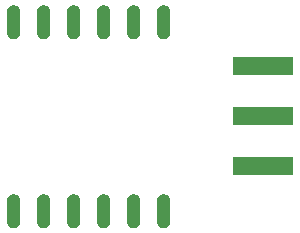
<source format=gbr>
%TF.GenerationSoftware,KiCad,Pcbnew,8.0.5-dirty*%
%TF.CreationDate,2024-10-01T21:11:00+10:00*%
%TF.ProjectId,kestral,6b657374-7261-46c2-9e6b-696361645f70,rev?*%
%TF.SameCoordinates,Original*%
%TF.FileFunction,Paste,Bot*%
%TF.FilePolarity,Positive*%
%FSLAX46Y46*%
G04 Gerber Fmt 4.6, Leading zero omitted, Abs format (unit mm)*
G04 Created by KiCad (PCBNEW 8.0.5-dirty) date 2024-10-01 21:11:00*
%MOMM*%
%LPD*%
G01*
G04 APERTURE LIST*
%ADD10C,0.010000*%
%ADD11R,5.080000X1.500000*%
G04 APERTURE END LIST*
D10*
%TO.C,U1*%
X130852000Y-103153000D02*
X130904000Y-103161000D01*
X130955000Y-103174000D01*
X131003000Y-103193000D01*
X131050000Y-103217000D01*
X131094000Y-103245000D01*
X131135000Y-103278000D01*
X131172000Y-103315000D01*
X131205000Y-103356000D01*
X131233000Y-103400000D01*
X131257000Y-103447000D01*
X131276000Y-103495000D01*
X131289000Y-103546000D01*
X131297000Y-103598000D01*
X131300000Y-103650000D01*
X131300000Y-105450000D01*
X131297000Y-105502000D01*
X131289000Y-105554000D01*
X131276000Y-105605000D01*
X131257000Y-105653000D01*
X131233000Y-105700000D01*
X131205000Y-105744000D01*
X131172000Y-105785000D01*
X131135000Y-105822000D01*
X131094000Y-105855000D01*
X131050000Y-105883000D01*
X131003000Y-105907000D01*
X130955000Y-105926000D01*
X130904000Y-105939000D01*
X130852000Y-105947000D01*
X130800000Y-105950000D01*
X130748000Y-105947000D01*
X130696000Y-105939000D01*
X130645000Y-105926000D01*
X130597000Y-105907000D01*
X130550000Y-105883000D01*
X130506000Y-105855000D01*
X130465000Y-105822000D01*
X130428000Y-105785000D01*
X130395000Y-105744000D01*
X130367000Y-105700000D01*
X130343000Y-105653000D01*
X130324000Y-105605000D01*
X130311000Y-105554000D01*
X130303000Y-105502000D01*
X130300000Y-105450000D01*
X130300000Y-103650000D01*
X130303000Y-103598000D01*
X130311000Y-103546000D01*
X130324000Y-103495000D01*
X130343000Y-103447000D01*
X130367000Y-103400000D01*
X130395000Y-103356000D01*
X130428000Y-103315000D01*
X130465000Y-103278000D01*
X130506000Y-103245000D01*
X130550000Y-103217000D01*
X130597000Y-103193000D01*
X130645000Y-103174000D01*
X130696000Y-103161000D01*
X130748000Y-103153000D01*
X130800000Y-103150000D01*
X130852000Y-103153000D01*
G36*
X130852000Y-103153000D02*
G01*
X130904000Y-103161000D01*
X130955000Y-103174000D01*
X131003000Y-103193000D01*
X131050000Y-103217000D01*
X131094000Y-103245000D01*
X131135000Y-103278000D01*
X131172000Y-103315000D01*
X131205000Y-103356000D01*
X131233000Y-103400000D01*
X131257000Y-103447000D01*
X131276000Y-103495000D01*
X131289000Y-103546000D01*
X131297000Y-103598000D01*
X131300000Y-103650000D01*
X131300000Y-105450000D01*
X131297000Y-105502000D01*
X131289000Y-105554000D01*
X131276000Y-105605000D01*
X131257000Y-105653000D01*
X131233000Y-105700000D01*
X131205000Y-105744000D01*
X131172000Y-105785000D01*
X131135000Y-105822000D01*
X131094000Y-105855000D01*
X131050000Y-105883000D01*
X131003000Y-105907000D01*
X130955000Y-105926000D01*
X130904000Y-105939000D01*
X130852000Y-105947000D01*
X130800000Y-105950000D01*
X130748000Y-105947000D01*
X130696000Y-105939000D01*
X130645000Y-105926000D01*
X130597000Y-105907000D01*
X130550000Y-105883000D01*
X130506000Y-105855000D01*
X130465000Y-105822000D01*
X130428000Y-105785000D01*
X130395000Y-105744000D01*
X130367000Y-105700000D01*
X130343000Y-105653000D01*
X130324000Y-105605000D01*
X130311000Y-105554000D01*
X130303000Y-105502000D01*
X130300000Y-105450000D01*
X130300000Y-103650000D01*
X130303000Y-103598000D01*
X130311000Y-103546000D01*
X130324000Y-103495000D01*
X130343000Y-103447000D01*
X130367000Y-103400000D01*
X130395000Y-103356000D01*
X130428000Y-103315000D01*
X130465000Y-103278000D01*
X130506000Y-103245000D01*
X130550000Y-103217000D01*
X130597000Y-103193000D01*
X130645000Y-103174000D01*
X130696000Y-103161000D01*
X130748000Y-103153000D01*
X130800000Y-103150000D01*
X130852000Y-103153000D01*
G37*
X133392000Y-103153000D02*
X133444000Y-103161000D01*
X133495000Y-103174000D01*
X133543000Y-103193000D01*
X133590000Y-103217000D01*
X133634000Y-103245000D01*
X133675000Y-103278000D01*
X133712000Y-103315000D01*
X133745000Y-103356000D01*
X133773000Y-103400000D01*
X133797000Y-103447000D01*
X133816000Y-103495000D01*
X133829000Y-103546000D01*
X133837000Y-103598000D01*
X133840000Y-103650000D01*
X133840000Y-105450000D01*
X133837000Y-105502000D01*
X133829000Y-105554000D01*
X133816000Y-105605000D01*
X133797000Y-105653000D01*
X133773000Y-105700000D01*
X133745000Y-105744000D01*
X133712000Y-105785000D01*
X133675000Y-105822000D01*
X133634000Y-105855000D01*
X133590000Y-105883000D01*
X133543000Y-105907000D01*
X133495000Y-105926000D01*
X133444000Y-105939000D01*
X133392000Y-105947000D01*
X133340000Y-105950000D01*
X133288000Y-105947000D01*
X133236000Y-105939000D01*
X133185000Y-105926000D01*
X133137000Y-105907000D01*
X133090000Y-105883000D01*
X133046000Y-105855000D01*
X133005000Y-105822000D01*
X132968000Y-105785000D01*
X132935000Y-105744000D01*
X132907000Y-105700000D01*
X132883000Y-105653000D01*
X132864000Y-105605000D01*
X132851000Y-105554000D01*
X132843000Y-105502000D01*
X132840000Y-105450000D01*
X132840000Y-103650000D01*
X132843000Y-103598000D01*
X132851000Y-103546000D01*
X132864000Y-103495000D01*
X132883000Y-103447000D01*
X132907000Y-103400000D01*
X132935000Y-103356000D01*
X132968000Y-103315000D01*
X133005000Y-103278000D01*
X133046000Y-103245000D01*
X133090000Y-103217000D01*
X133137000Y-103193000D01*
X133185000Y-103174000D01*
X133236000Y-103161000D01*
X133288000Y-103153000D01*
X133340000Y-103150000D01*
X133392000Y-103153000D01*
G36*
X133392000Y-103153000D02*
G01*
X133444000Y-103161000D01*
X133495000Y-103174000D01*
X133543000Y-103193000D01*
X133590000Y-103217000D01*
X133634000Y-103245000D01*
X133675000Y-103278000D01*
X133712000Y-103315000D01*
X133745000Y-103356000D01*
X133773000Y-103400000D01*
X133797000Y-103447000D01*
X133816000Y-103495000D01*
X133829000Y-103546000D01*
X133837000Y-103598000D01*
X133840000Y-103650000D01*
X133840000Y-105450000D01*
X133837000Y-105502000D01*
X133829000Y-105554000D01*
X133816000Y-105605000D01*
X133797000Y-105653000D01*
X133773000Y-105700000D01*
X133745000Y-105744000D01*
X133712000Y-105785000D01*
X133675000Y-105822000D01*
X133634000Y-105855000D01*
X133590000Y-105883000D01*
X133543000Y-105907000D01*
X133495000Y-105926000D01*
X133444000Y-105939000D01*
X133392000Y-105947000D01*
X133340000Y-105950000D01*
X133288000Y-105947000D01*
X133236000Y-105939000D01*
X133185000Y-105926000D01*
X133137000Y-105907000D01*
X133090000Y-105883000D01*
X133046000Y-105855000D01*
X133005000Y-105822000D01*
X132968000Y-105785000D01*
X132935000Y-105744000D01*
X132907000Y-105700000D01*
X132883000Y-105653000D01*
X132864000Y-105605000D01*
X132851000Y-105554000D01*
X132843000Y-105502000D01*
X132840000Y-105450000D01*
X132840000Y-103650000D01*
X132843000Y-103598000D01*
X132851000Y-103546000D01*
X132864000Y-103495000D01*
X132883000Y-103447000D01*
X132907000Y-103400000D01*
X132935000Y-103356000D01*
X132968000Y-103315000D01*
X133005000Y-103278000D01*
X133046000Y-103245000D01*
X133090000Y-103217000D01*
X133137000Y-103193000D01*
X133185000Y-103174000D01*
X133236000Y-103161000D01*
X133288000Y-103153000D01*
X133340000Y-103150000D01*
X133392000Y-103153000D01*
G37*
X135932000Y-103153000D02*
X135984000Y-103161000D01*
X136035000Y-103174000D01*
X136083000Y-103193000D01*
X136130000Y-103217000D01*
X136174000Y-103245000D01*
X136215000Y-103278000D01*
X136252000Y-103315000D01*
X136285000Y-103356000D01*
X136313000Y-103400000D01*
X136337000Y-103447000D01*
X136356000Y-103495000D01*
X136369000Y-103546000D01*
X136377000Y-103598000D01*
X136380000Y-103650000D01*
X136380000Y-105450000D01*
X136377000Y-105502000D01*
X136369000Y-105554000D01*
X136356000Y-105605000D01*
X136337000Y-105653000D01*
X136313000Y-105700000D01*
X136285000Y-105744000D01*
X136252000Y-105785000D01*
X136215000Y-105822000D01*
X136174000Y-105855000D01*
X136130000Y-105883000D01*
X136083000Y-105907000D01*
X136035000Y-105926000D01*
X135984000Y-105939000D01*
X135932000Y-105947000D01*
X135880000Y-105950000D01*
X135828000Y-105947000D01*
X135776000Y-105939000D01*
X135725000Y-105926000D01*
X135677000Y-105907000D01*
X135630000Y-105883000D01*
X135586000Y-105855000D01*
X135545000Y-105822000D01*
X135508000Y-105785000D01*
X135475000Y-105744000D01*
X135447000Y-105700000D01*
X135423000Y-105653000D01*
X135404000Y-105605000D01*
X135391000Y-105554000D01*
X135383000Y-105502000D01*
X135380000Y-105450000D01*
X135380000Y-103650000D01*
X135383000Y-103598000D01*
X135391000Y-103546000D01*
X135404000Y-103495000D01*
X135423000Y-103447000D01*
X135447000Y-103400000D01*
X135475000Y-103356000D01*
X135508000Y-103315000D01*
X135545000Y-103278000D01*
X135586000Y-103245000D01*
X135630000Y-103217000D01*
X135677000Y-103193000D01*
X135725000Y-103174000D01*
X135776000Y-103161000D01*
X135828000Y-103153000D01*
X135880000Y-103150000D01*
X135932000Y-103153000D01*
G36*
X135932000Y-103153000D02*
G01*
X135984000Y-103161000D01*
X136035000Y-103174000D01*
X136083000Y-103193000D01*
X136130000Y-103217000D01*
X136174000Y-103245000D01*
X136215000Y-103278000D01*
X136252000Y-103315000D01*
X136285000Y-103356000D01*
X136313000Y-103400000D01*
X136337000Y-103447000D01*
X136356000Y-103495000D01*
X136369000Y-103546000D01*
X136377000Y-103598000D01*
X136380000Y-103650000D01*
X136380000Y-105450000D01*
X136377000Y-105502000D01*
X136369000Y-105554000D01*
X136356000Y-105605000D01*
X136337000Y-105653000D01*
X136313000Y-105700000D01*
X136285000Y-105744000D01*
X136252000Y-105785000D01*
X136215000Y-105822000D01*
X136174000Y-105855000D01*
X136130000Y-105883000D01*
X136083000Y-105907000D01*
X136035000Y-105926000D01*
X135984000Y-105939000D01*
X135932000Y-105947000D01*
X135880000Y-105950000D01*
X135828000Y-105947000D01*
X135776000Y-105939000D01*
X135725000Y-105926000D01*
X135677000Y-105907000D01*
X135630000Y-105883000D01*
X135586000Y-105855000D01*
X135545000Y-105822000D01*
X135508000Y-105785000D01*
X135475000Y-105744000D01*
X135447000Y-105700000D01*
X135423000Y-105653000D01*
X135404000Y-105605000D01*
X135391000Y-105554000D01*
X135383000Y-105502000D01*
X135380000Y-105450000D01*
X135380000Y-103650000D01*
X135383000Y-103598000D01*
X135391000Y-103546000D01*
X135404000Y-103495000D01*
X135423000Y-103447000D01*
X135447000Y-103400000D01*
X135475000Y-103356000D01*
X135508000Y-103315000D01*
X135545000Y-103278000D01*
X135586000Y-103245000D01*
X135630000Y-103217000D01*
X135677000Y-103193000D01*
X135725000Y-103174000D01*
X135776000Y-103161000D01*
X135828000Y-103153000D01*
X135880000Y-103150000D01*
X135932000Y-103153000D01*
G37*
X138472000Y-103153000D02*
X138524000Y-103161000D01*
X138575000Y-103174000D01*
X138623000Y-103193000D01*
X138670000Y-103217000D01*
X138714000Y-103245000D01*
X138755000Y-103278000D01*
X138792000Y-103315000D01*
X138825000Y-103356000D01*
X138853000Y-103400000D01*
X138877000Y-103447000D01*
X138896000Y-103495000D01*
X138909000Y-103546000D01*
X138917000Y-103598000D01*
X138920000Y-103650000D01*
X138920000Y-105450000D01*
X138917000Y-105502000D01*
X138909000Y-105554000D01*
X138896000Y-105605000D01*
X138877000Y-105653000D01*
X138853000Y-105700000D01*
X138825000Y-105744000D01*
X138792000Y-105785000D01*
X138755000Y-105822000D01*
X138714000Y-105855000D01*
X138670000Y-105883000D01*
X138623000Y-105907000D01*
X138575000Y-105926000D01*
X138524000Y-105939000D01*
X138472000Y-105947000D01*
X138420000Y-105950000D01*
X138368000Y-105947000D01*
X138316000Y-105939000D01*
X138265000Y-105926000D01*
X138217000Y-105907000D01*
X138170000Y-105883000D01*
X138126000Y-105855000D01*
X138085000Y-105822000D01*
X138048000Y-105785000D01*
X138015000Y-105744000D01*
X137987000Y-105700000D01*
X137963000Y-105653000D01*
X137944000Y-105605000D01*
X137931000Y-105554000D01*
X137923000Y-105502000D01*
X137920000Y-105450000D01*
X137920000Y-103650000D01*
X137923000Y-103598000D01*
X137931000Y-103546000D01*
X137944000Y-103495000D01*
X137963000Y-103447000D01*
X137987000Y-103400000D01*
X138015000Y-103356000D01*
X138048000Y-103315000D01*
X138085000Y-103278000D01*
X138126000Y-103245000D01*
X138170000Y-103217000D01*
X138217000Y-103193000D01*
X138265000Y-103174000D01*
X138316000Y-103161000D01*
X138368000Y-103153000D01*
X138420000Y-103150000D01*
X138472000Y-103153000D01*
G36*
X138472000Y-103153000D02*
G01*
X138524000Y-103161000D01*
X138575000Y-103174000D01*
X138623000Y-103193000D01*
X138670000Y-103217000D01*
X138714000Y-103245000D01*
X138755000Y-103278000D01*
X138792000Y-103315000D01*
X138825000Y-103356000D01*
X138853000Y-103400000D01*
X138877000Y-103447000D01*
X138896000Y-103495000D01*
X138909000Y-103546000D01*
X138917000Y-103598000D01*
X138920000Y-103650000D01*
X138920000Y-105450000D01*
X138917000Y-105502000D01*
X138909000Y-105554000D01*
X138896000Y-105605000D01*
X138877000Y-105653000D01*
X138853000Y-105700000D01*
X138825000Y-105744000D01*
X138792000Y-105785000D01*
X138755000Y-105822000D01*
X138714000Y-105855000D01*
X138670000Y-105883000D01*
X138623000Y-105907000D01*
X138575000Y-105926000D01*
X138524000Y-105939000D01*
X138472000Y-105947000D01*
X138420000Y-105950000D01*
X138368000Y-105947000D01*
X138316000Y-105939000D01*
X138265000Y-105926000D01*
X138217000Y-105907000D01*
X138170000Y-105883000D01*
X138126000Y-105855000D01*
X138085000Y-105822000D01*
X138048000Y-105785000D01*
X138015000Y-105744000D01*
X137987000Y-105700000D01*
X137963000Y-105653000D01*
X137944000Y-105605000D01*
X137931000Y-105554000D01*
X137923000Y-105502000D01*
X137920000Y-105450000D01*
X137920000Y-103650000D01*
X137923000Y-103598000D01*
X137931000Y-103546000D01*
X137944000Y-103495000D01*
X137963000Y-103447000D01*
X137987000Y-103400000D01*
X138015000Y-103356000D01*
X138048000Y-103315000D01*
X138085000Y-103278000D01*
X138126000Y-103245000D01*
X138170000Y-103217000D01*
X138217000Y-103193000D01*
X138265000Y-103174000D01*
X138316000Y-103161000D01*
X138368000Y-103153000D01*
X138420000Y-103150000D01*
X138472000Y-103153000D01*
G37*
X141012000Y-103153000D02*
X141064000Y-103161000D01*
X141115000Y-103174000D01*
X141163000Y-103193000D01*
X141210000Y-103217000D01*
X141254000Y-103245000D01*
X141295000Y-103278000D01*
X141332000Y-103315000D01*
X141365000Y-103356000D01*
X141393000Y-103400000D01*
X141417000Y-103447000D01*
X141436000Y-103495000D01*
X141449000Y-103546000D01*
X141457000Y-103598000D01*
X141460000Y-103650000D01*
X141460000Y-105450000D01*
X141457000Y-105502000D01*
X141449000Y-105554000D01*
X141436000Y-105605000D01*
X141417000Y-105653000D01*
X141393000Y-105700000D01*
X141365000Y-105744000D01*
X141332000Y-105785000D01*
X141295000Y-105822000D01*
X141254000Y-105855000D01*
X141210000Y-105883000D01*
X141163000Y-105907000D01*
X141115000Y-105926000D01*
X141064000Y-105939000D01*
X141012000Y-105947000D01*
X140960000Y-105950000D01*
X140908000Y-105947000D01*
X140856000Y-105939000D01*
X140805000Y-105926000D01*
X140757000Y-105907000D01*
X140710000Y-105883000D01*
X140666000Y-105855000D01*
X140625000Y-105822000D01*
X140588000Y-105785000D01*
X140555000Y-105744000D01*
X140527000Y-105700000D01*
X140503000Y-105653000D01*
X140484000Y-105605000D01*
X140471000Y-105554000D01*
X140463000Y-105502000D01*
X140460000Y-105450000D01*
X140460000Y-103650000D01*
X140463000Y-103598000D01*
X140471000Y-103546000D01*
X140484000Y-103495000D01*
X140503000Y-103447000D01*
X140527000Y-103400000D01*
X140555000Y-103356000D01*
X140588000Y-103315000D01*
X140625000Y-103278000D01*
X140666000Y-103245000D01*
X140710000Y-103217000D01*
X140757000Y-103193000D01*
X140805000Y-103174000D01*
X140856000Y-103161000D01*
X140908000Y-103153000D01*
X140960000Y-103150000D01*
X141012000Y-103153000D01*
G36*
X141012000Y-103153000D02*
G01*
X141064000Y-103161000D01*
X141115000Y-103174000D01*
X141163000Y-103193000D01*
X141210000Y-103217000D01*
X141254000Y-103245000D01*
X141295000Y-103278000D01*
X141332000Y-103315000D01*
X141365000Y-103356000D01*
X141393000Y-103400000D01*
X141417000Y-103447000D01*
X141436000Y-103495000D01*
X141449000Y-103546000D01*
X141457000Y-103598000D01*
X141460000Y-103650000D01*
X141460000Y-105450000D01*
X141457000Y-105502000D01*
X141449000Y-105554000D01*
X141436000Y-105605000D01*
X141417000Y-105653000D01*
X141393000Y-105700000D01*
X141365000Y-105744000D01*
X141332000Y-105785000D01*
X141295000Y-105822000D01*
X141254000Y-105855000D01*
X141210000Y-105883000D01*
X141163000Y-105907000D01*
X141115000Y-105926000D01*
X141064000Y-105939000D01*
X141012000Y-105947000D01*
X140960000Y-105950000D01*
X140908000Y-105947000D01*
X140856000Y-105939000D01*
X140805000Y-105926000D01*
X140757000Y-105907000D01*
X140710000Y-105883000D01*
X140666000Y-105855000D01*
X140625000Y-105822000D01*
X140588000Y-105785000D01*
X140555000Y-105744000D01*
X140527000Y-105700000D01*
X140503000Y-105653000D01*
X140484000Y-105605000D01*
X140471000Y-105554000D01*
X140463000Y-105502000D01*
X140460000Y-105450000D01*
X140460000Y-103650000D01*
X140463000Y-103598000D01*
X140471000Y-103546000D01*
X140484000Y-103495000D01*
X140503000Y-103447000D01*
X140527000Y-103400000D01*
X140555000Y-103356000D01*
X140588000Y-103315000D01*
X140625000Y-103278000D01*
X140666000Y-103245000D01*
X140710000Y-103217000D01*
X140757000Y-103193000D01*
X140805000Y-103174000D01*
X140856000Y-103161000D01*
X140908000Y-103153000D01*
X140960000Y-103150000D01*
X141012000Y-103153000D01*
G37*
X143552000Y-103153000D02*
X143604000Y-103161000D01*
X143655000Y-103174000D01*
X143703000Y-103193000D01*
X143750000Y-103217000D01*
X143794000Y-103245000D01*
X143835000Y-103278000D01*
X143872000Y-103315000D01*
X143905000Y-103356000D01*
X143933000Y-103400000D01*
X143957000Y-103447000D01*
X143976000Y-103495000D01*
X143989000Y-103546000D01*
X143997000Y-103598000D01*
X144000000Y-103650000D01*
X144000000Y-105450000D01*
X143997000Y-105502000D01*
X143989000Y-105554000D01*
X143976000Y-105605000D01*
X143957000Y-105653000D01*
X143933000Y-105700000D01*
X143905000Y-105744000D01*
X143872000Y-105785000D01*
X143835000Y-105822000D01*
X143794000Y-105855000D01*
X143750000Y-105883000D01*
X143703000Y-105907000D01*
X143655000Y-105926000D01*
X143604000Y-105939000D01*
X143552000Y-105947000D01*
X143500000Y-105950000D01*
X143448000Y-105947000D01*
X143396000Y-105939000D01*
X143345000Y-105926000D01*
X143297000Y-105907000D01*
X143250000Y-105883000D01*
X143206000Y-105855000D01*
X143165000Y-105822000D01*
X143128000Y-105785000D01*
X143095000Y-105744000D01*
X143067000Y-105700000D01*
X143043000Y-105653000D01*
X143024000Y-105605000D01*
X143011000Y-105554000D01*
X143003000Y-105502000D01*
X143000000Y-105450000D01*
X143000000Y-103650000D01*
X143003000Y-103598000D01*
X143011000Y-103546000D01*
X143024000Y-103495000D01*
X143043000Y-103447000D01*
X143067000Y-103400000D01*
X143095000Y-103356000D01*
X143128000Y-103315000D01*
X143165000Y-103278000D01*
X143206000Y-103245000D01*
X143250000Y-103217000D01*
X143297000Y-103193000D01*
X143345000Y-103174000D01*
X143396000Y-103161000D01*
X143448000Y-103153000D01*
X143500000Y-103150000D01*
X143552000Y-103153000D01*
G36*
X143552000Y-103153000D02*
G01*
X143604000Y-103161000D01*
X143655000Y-103174000D01*
X143703000Y-103193000D01*
X143750000Y-103217000D01*
X143794000Y-103245000D01*
X143835000Y-103278000D01*
X143872000Y-103315000D01*
X143905000Y-103356000D01*
X143933000Y-103400000D01*
X143957000Y-103447000D01*
X143976000Y-103495000D01*
X143989000Y-103546000D01*
X143997000Y-103598000D01*
X144000000Y-103650000D01*
X144000000Y-105450000D01*
X143997000Y-105502000D01*
X143989000Y-105554000D01*
X143976000Y-105605000D01*
X143957000Y-105653000D01*
X143933000Y-105700000D01*
X143905000Y-105744000D01*
X143872000Y-105785000D01*
X143835000Y-105822000D01*
X143794000Y-105855000D01*
X143750000Y-105883000D01*
X143703000Y-105907000D01*
X143655000Y-105926000D01*
X143604000Y-105939000D01*
X143552000Y-105947000D01*
X143500000Y-105950000D01*
X143448000Y-105947000D01*
X143396000Y-105939000D01*
X143345000Y-105926000D01*
X143297000Y-105907000D01*
X143250000Y-105883000D01*
X143206000Y-105855000D01*
X143165000Y-105822000D01*
X143128000Y-105785000D01*
X143095000Y-105744000D01*
X143067000Y-105700000D01*
X143043000Y-105653000D01*
X143024000Y-105605000D01*
X143011000Y-105554000D01*
X143003000Y-105502000D01*
X143000000Y-105450000D01*
X143000000Y-103650000D01*
X143003000Y-103598000D01*
X143011000Y-103546000D01*
X143024000Y-103495000D01*
X143043000Y-103447000D01*
X143067000Y-103400000D01*
X143095000Y-103356000D01*
X143128000Y-103315000D01*
X143165000Y-103278000D01*
X143206000Y-103245000D01*
X143250000Y-103217000D01*
X143297000Y-103193000D01*
X143345000Y-103174000D01*
X143396000Y-103161000D01*
X143448000Y-103153000D01*
X143500000Y-103150000D01*
X143552000Y-103153000D01*
G37*
X130852000Y-119153000D02*
X130904000Y-119161000D01*
X130955000Y-119174000D01*
X131003000Y-119193000D01*
X131050000Y-119217000D01*
X131094000Y-119245000D01*
X131135000Y-119278000D01*
X131172000Y-119315000D01*
X131205000Y-119356000D01*
X131233000Y-119400000D01*
X131257000Y-119447000D01*
X131276000Y-119495000D01*
X131289000Y-119546000D01*
X131297000Y-119598000D01*
X131300000Y-119650000D01*
X131300000Y-119750000D01*
X131300000Y-120550000D01*
X131300000Y-121450000D01*
X131297000Y-121502000D01*
X131289000Y-121554000D01*
X131276000Y-121605000D01*
X131257000Y-121653000D01*
X131233000Y-121700000D01*
X131205000Y-121744000D01*
X131172000Y-121785000D01*
X131135000Y-121822000D01*
X131094000Y-121855000D01*
X131050000Y-121883000D01*
X131003000Y-121907000D01*
X130955000Y-121926000D01*
X130904000Y-121939000D01*
X130852000Y-121947000D01*
X130800000Y-121950000D01*
X130748000Y-121947000D01*
X130696000Y-121939000D01*
X130645000Y-121926000D01*
X130597000Y-121907000D01*
X130550000Y-121883000D01*
X130506000Y-121855000D01*
X130465000Y-121822000D01*
X130428000Y-121785000D01*
X130395000Y-121744000D01*
X130367000Y-121700000D01*
X130343000Y-121653000D01*
X130324000Y-121605000D01*
X130311000Y-121554000D01*
X130303000Y-121502000D01*
X130300000Y-121450000D01*
X130300000Y-119650000D01*
X130303000Y-119598000D01*
X130311000Y-119546000D01*
X130324000Y-119495000D01*
X130343000Y-119447000D01*
X130367000Y-119400000D01*
X130395000Y-119356000D01*
X130428000Y-119315000D01*
X130465000Y-119278000D01*
X130506000Y-119245000D01*
X130550000Y-119217000D01*
X130597000Y-119193000D01*
X130645000Y-119174000D01*
X130696000Y-119161000D01*
X130748000Y-119153000D01*
X130800000Y-119150000D01*
X130852000Y-119153000D01*
G36*
X130852000Y-119153000D02*
G01*
X130904000Y-119161000D01*
X130955000Y-119174000D01*
X131003000Y-119193000D01*
X131050000Y-119217000D01*
X131094000Y-119245000D01*
X131135000Y-119278000D01*
X131172000Y-119315000D01*
X131205000Y-119356000D01*
X131233000Y-119400000D01*
X131257000Y-119447000D01*
X131276000Y-119495000D01*
X131289000Y-119546000D01*
X131297000Y-119598000D01*
X131300000Y-119650000D01*
X131300000Y-119750000D01*
X131300000Y-120550000D01*
X131300000Y-121450000D01*
X131297000Y-121502000D01*
X131289000Y-121554000D01*
X131276000Y-121605000D01*
X131257000Y-121653000D01*
X131233000Y-121700000D01*
X131205000Y-121744000D01*
X131172000Y-121785000D01*
X131135000Y-121822000D01*
X131094000Y-121855000D01*
X131050000Y-121883000D01*
X131003000Y-121907000D01*
X130955000Y-121926000D01*
X130904000Y-121939000D01*
X130852000Y-121947000D01*
X130800000Y-121950000D01*
X130748000Y-121947000D01*
X130696000Y-121939000D01*
X130645000Y-121926000D01*
X130597000Y-121907000D01*
X130550000Y-121883000D01*
X130506000Y-121855000D01*
X130465000Y-121822000D01*
X130428000Y-121785000D01*
X130395000Y-121744000D01*
X130367000Y-121700000D01*
X130343000Y-121653000D01*
X130324000Y-121605000D01*
X130311000Y-121554000D01*
X130303000Y-121502000D01*
X130300000Y-121450000D01*
X130300000Y-119650000D01*
X130303000Y-119598000D01*
X130311000Y-119546000D01*
X130324000Y-119495000D01*
X130343000Y-119447000D01*
X130367000Y-119400000D01*
X130395000Y-119356000D01*
X130428000Y-119315000D01*
X130465000Y-119278000D01*
X130506000Y-119245000D01*
X130550000Y-119217000D01*
X130597000Y-119193000D01*
X130645000Y-119174000D01*
X130696000Y-119161000D01*
X130748000Y-119153000D01*
X130800000Y-119150000D01*
X130852000Y-119153000D01*
G37*
X133392000Y-119153000D02*
X133444000Y-119161000D01*
X133495000Y-119174000D01*
X133543000Y-119193000D01*
X133590000Y-119217000D01*
X133634000Y-119245000D01*
X133675000Y-119278000D01*
X133712000Y-119315000D01*
X133745000Y-119356000D01*
X133773000Y-119400000D01*
X133797000Y-119447000D01*
X133816000Y-119495000D01*
X133829000Y-119546000D01*
X133837000Y-119598000D01*
X133840000Y-119650000D01*
X133840000Y-119750000D01*
X133840000Y-120550000D01*
X133840000Y-121450000D01*
X133837000Y-121502000D01*
X133829000Y-121554000D01*
X133816000Y-121605000D01*
X133797000Y-121653000D01*
X133773000Y-121700000D01*
X133745000Y-121744000D01*
X133712000Y-121785000D01*
X133675000Y-121822000D01*
X133634000Y-121855000D01*
X133590000Y-121883000D01*
X133543000Y-121907000D01*
X133495000Y-121926000D01*
X133444000Y-121939000D01*
X133392000Y-121947000D01*
X133340000Y-121950000D01*
X133288000Y-121947000D01*
X133236000Y-121939000D01*
X133185000Y-121926000D01*
X133137000Y-121907000D01*
X133090000Y-121883000D01*
X133046000Y-121855000D01*
X133005000Y-121822000D01*
X132968000Y-121785000D01*
X132935000Y-121744000D01*
X132907000Y-121700000D01*
X132883000Y-121653000D01*
X132864000Y-121605000D01*
X132851000Y-121554000D01*
X132843000Y-121502000D01*
X132840000Y-121450000D01*
X132840000Y-119650000D01*
X132843000Y-119598000D01*
X132851000Y-119546000D01*
X132864000Y-119495000D01*
X132883000Y-119447000D01*
X132907000Y-119400000D01*
X132935000Y-119356000D01*
X132968000Y-119315000D01*
X133005000Y-119278000D01*
X133046000Y-119245000D01*
X133090000Y-119217000D01*
X133137000Y-119193000D01*
X133185000Y-119174000D01*
X133236000Y-119161000D01*
X133288000Y-119153000D01*
X133340000Y-119150000D01*
X133392000Y-119153000D01*
G36*
X133392000Y-119153000D02*
G01*
X133444000Y-119161000D01*
X133495000Y-119174000D01*
X133543000Y-119193000D01*
X133590000Y-119217000D01*
X133634000Y-119245000D01*
X133675000Y-119278000D01*
X133712000Y-119315000D01*
X133745000Y-119356000D01*
X133773000Y-119400000D01*
X133797000Y-119447000D01*
X133816000Y-119495000D01*
X133829000Y-119546000D01*
X133837000Y-119598000D01*
X133840000Y-119650000D01*
X133840000Y-119750000D01*
X133840000Y-120550000D01*
X133840000Y-121450000D01*
X133837000Y-121502000D01*
X133829000Y-121554000D01*
X133816000Y-121605000D01*
X133797000Y-121653000D01*
X133773000Y-121700000D01*
X133745000Y-121744000D01*
X133712000Y-121785000D01*
X133675000Y-121822000D01*
X133634000Y-121855000D01*
X133590000Y-121883000D01*
X133543000Y-121907000D01*
X133495000Y-121926000D01*
X133444000Y-121939000D01*
X133392000Y-121947000D01*
X133340000Y-121950000D01*
X133288000Y-121947000D01*
X133236000Y-121939000D01*
X133185000Y-121926000D01*
X133137000Y-121907000D01*
X133090000Y-121883000D01*
X133046000Y-121855000D01*
X133005000Y-121822000D01*
X132968000Y-121785000D01*
X132935000Y-121744000D01*
X132907000Y-121700000D01*
X132883000Y-121653000D01*
X132864000Y-121605000D01*
X132851000Y-121554000D01*
X132843000Y-121502000D01*
X132840000Y-121450000D01*
X132840000Y-119650000D01*
X132843000Y-119598000D01*
X132851000Y-119546000D01*
X132864000Y-119495000D01*
X132883000Y-119447000D01*
X132907000Y-119400000D01*
X132935000Y-119356000D01*
X132968000Y-119315000D01*
X133005000Y-119278000D01*
X133046000Y-119245000D01*
X133090000Y-119217000D01*
X133137000Y-119193000D01*
X133185000Y-119174000D01*
X133236000Y-119161000D01*
X133288000Y-119153000D01*
X133340000Y-119150000D01*
X133392000Y-119153000D01*
G37*
X135932000Y-119153000D02*
X135984000Y-119161000D01*
X136035000Y-119174000D01*
X136083000Y-119193000D01*
X136130000Y-119217000D01*
X136174000Y-119245000D01*
X136215000Y-119278000D01*
X136252000Y-119315000D01*
X136285000Y-119356000D01*
X136313000Y-119400000D01*
X136337000Y-119447000D01*
X136356000Y-119495000D01*
X136369000Y-119546000D01*
X136377000Y-119598000D01*
X136380000Y-119650000D01*
X136380000Y-119750000D01*
X136380000Y-120550000D01*
X136380000Y-121450000D01*
X136377000Y-121502000D01*
X136369000Y-121554000D01*
X136356000Y-121605000D01*
X136337000Y-121653000D01*
X136313000Y-121700000D01*
X136285000Y-121744000D01*
X136252000Y-121785000D01*
X136215000Y-121822000D01*
X136174000Y-121855000D01*
X136130000Y-121883000D01*
X136083000Y-121907000D01*
X136035000Y-121926000D01*
X135984000Y-121939000D01*
X135932000Y-121947000D01*
X135880000Y-121950000D01*
X135828000Y-121947000D01*
X135776000Y-121939000D01*
X135725000Y-121926000D01*
X135677000Y-121907000D01*
X135630000Y-121883000D01*
X135586000Y-121855000D01*
X135545000Y-121822000D01*
X135508000Y-121785000D01*
X135475000Y-121744000D01*
X135447000Y-121700000D01*
X135423000Y-121653000D01*
X135404000Y-121605000D01*
X135391000Y-121554000D01*
X135383000Y-121502000D01*
X135380000Y-121450000D01*
X135380000Y-119650000D01*
X135383000Y-119598000D01*
X135391000Y-119546000D01*
X135404000Y-119495000D01*
X135423000Y-119447000D01*
X135447000Y-119400000D01*
X135475000Y-119356000D01*
X135508000Y-119315000D01*
X135545000Y-119278000D01*
X135586000Y-119245000D01*
X135630000Y-119217000D01*
X135677000Y-119193000D01*
X135725000Y-119174000D01*
X135776000Y-119161000D01*
X135828000Y-119153000D01*
X135880000Y-119150000D01*
X135932000Y-119153000D01*
G36*
X135932000Y-119153000D02*
G01*
X135984000Y-119161000D01*
X136035000Y-119174000D01*
X136083000Y-119193000D01*
X136130000Y-119217000D01*
X136174000Y-119245000D01*
X136215000Y-119278000D01*
X136252000Y-119315000D01*
X136285000Y-119356000D01*
X136313000Y-119400000D01*
X136337000Y-119447000D01*
X136356000Y-119495000D01*
X136369000Y-119546000D01*
X136377000Y-119598000D01*
X136380000Y-119650000D01*
X136380000Y-119750000D01*
X136380000Y-120550000D01*
X136380000Y-121450000D01*
X136377000Y-121502000D01*
X136369000Y-121554000D01*
X136356000Y-121605000D01*
X136337000Y-121653000D01*
X136313000Y-121700000D01*
X136285000Y-121744000D01*
X136252000Y-121785000D01*
X136215000Y-121822000D01*
X136174000Y-121855000D01*
X136130000Y-121883000D01*
X136083000Y-121907000D01*
X136035000Y-121926000D01*
X135984000Y-121939000D01*
X135932000Y-121947000D01*
X135880000Y-121950000D01*
X135828000Y-121947000D01*
X135776000Y-121939000D01*
X135725000Y-121926000D01*
X135677000Y-121907000D01*
X135630000Y-121883000D01*
X135586000Y-121855000D01*
X135545000Y-121822000D01*
X135508000Y-121785000D01*
X135475000Y-121744000D01*
X135447000Y-121700000D01*
X135423000Y-121653000D01*
X135404000Y-121605000D01*
X135391000Y-121554000D01*
X135383000Y-121502000D01*
X135380000Y-121450000D01*
X135380000Y-119650000D01*
X135383000Y-119598000D01*
X135391000Y-119546000D01*
X135404000Y-119495000D01*
X135423000Y-119447000D01*
X135447000Y-119400000D01*
X135475000Y-119356000D01*
X135508000Y-119315000D01*
X135545000Y-119278000D01*
X135586000Y-119245000D01*
X135630000Y-119217000D01*
X135677000Y-119193000D01*
X135725000Y-119174000D01*
X135776000Y-119161000D01*
X135828000Y-119153000D01*
X135880000Y-119150000D01*
X135932000Y-119153000D01*
G37*
X138472000Y-119153000D02*
X138524000Y-119161000D01*
X138575000Y-119174000D01*
X138623000Y-119193000D01*
X138670000Y-119217000D01*
X138714000Y-119245000D01*
X138755000Y-119278000D01*
X138792000Y-119315000D01*
X138825000Y-119356000D01*
X138853000Y-119400000D01*
X138877000Y-119447000D01*
X138896000Y-119495000D01*
X138909000Y-119546000D01*
X138917000Y-119598000D01*
X138920000Y-119650000D01*
X138920000Y-119750000D01*
X138920000Y-120550000D01*
X138920000Y-121450000D01*
X138917000Y-121502000D01*
X138909000Y-121554000D01*
X138896000Y-121605000D01*
X138877000Y-121653000D01*
X138853000Y-121700000D01*
X138825000Y-121744000D01*
X138792000Y-121785000D01*
X138755000Y-121822000D01*
X138714000Y-121855000D01*
X138670000Y-121883000D01*
X138623000Y-121907000D01*
X138575000Y-121926000D01*
X138524000Y-121939000D01*
X138472000Y-121947000D01*
X138420000Y-121950000D01*
X138368000Y-121947000D01*
X138316000Y-121939000D01*
X138265000Y-121926000D01*
X138217000Y-121907000D01*
X138170000Y-121883000D01*
X138126000Y-121855000D01*
X138085000Y-121822000D01*
X138048000Y-121785000D01*
X138015000Y-121744000D01*
X137987000Y-121700000D01*
X137963000Y-121653000D01*
X137944000Y-121605000D01*
X137931000Y-121554000D01*
X137923000Y-121502000D01*
X137920000Y-121450000D01*
X137920000Y-119650000D01*
X137923000Y-119598000D01*
X137931000Y-119546000D01*
X137944000Y-119495000D01*
X137963000Y-119447000D01*
X137987000Y-119400000D01*
X138015000Y-119356000D01*
X138048000Y-119315000D01*
X138085000Y-119278000D01*
X138126000Y-119245000D01*
X138170000Y-119217000D01*
X138217000Y-119193000D01*
X138265000Y-119174000D01*
X138316000Y-119161000D01*
X138368000Y-119153000D01*
X138420000Y-119150000D01*
X138472000Y-119153000D01*
G36*
X138472000Y-119153000D02*
G01*
X138524000Y-119161000D01*
X138575000Y-119174000D01*
X138623000Y-119193000D01*
X138670000Y-119217000D01*
X138714000Y-119245000D01*
X138755000Y-119278000D01*
X138792000Y-119315000D01*
X138825000Y-119356000D01*
X138853000Y-119400000D01*
X138877000Y-119447000D01*
X138896000Y-119495000D01*
X138909000Y-119546000D01*
X138917000Y-119598000D01*
X138920000Y-119650000D01*
X138920000Y-119750000D01*
X138920000Y-120550000D01*
X138920000Y-121450000D01*
X138917000Y-121502000D01*
X138909000Y-121554000D01*
X138896000Y-121605000D01*
X138877000Y-121653000D01*
X138853000Y-121700000D01*
X138825000Y-121744000D01*
X138792000Y-121785000D01*
X138755000Y-121822000D01*
X138714000Y-121855000D01*
X138670000Y-121883000D01*
X138623000Y-121907000D01*
X138575000Y-121926000D01*
X138524000Y-121939000D01*
X138472000Y-121947000D01*
X138420000Y-121950000D01*
X138368000Y-121947000D01*
X138316000Y-121939000D01*
X138265000Y-121926000D01*
X138217000Y-121907000D01*
X138170000Y-121883000D01*
X138126000Y-121855000D01*
X138085000Y-121822000D01*
X138048000Y-121785000D01*
X138015000Y-121744000D01*
X137987000Y-121700000D01*
X137963000Y-121653000D01*
X137944000Y-121605000D01*
X137931000Y-121554000D01*
X137923000Y-121502000D01*
X137920000Y-121450000D01*
X137920000Y-119650000D01*
X137923000Y-119598000D01*
X137931000Y-119546000D01*
X137944000Y-119495000D01*
X137963000Y-119447000D01*
X137987000Y-119400000D01*
X138015000Y-119356000D01*
X138048000Y-119315000D01*
X138085000Y-119278000D01*
X138126000Y-119245000D01*
X138170000Y-119217000D01*
X138217000Y-119193000D01*
X138265000Y-119174000D01*
X138316000Y-119161000D01*
X138368000Y-119153000D01*
X138420000Y-119150000D01*
X138472000Y-119153000D01*
G37*
X141012000Y-119153000D02*
X141064000Y-119161000D01*
X141115000Y-119174000D01*
X141163000Y-119193000D01*
X141210000Y-119217000D01*
X141254000Y-119245000D01*
X141295000Y-119278000D01*
X141332000Y-119315000D01*
X141365000Y-119356000D01*
X141393000Y-119400000D01*
X141417000Y-119447000D01*
X141436000Y-119495000D01*
X141449000Y-119546000D01*
X141457000Y-119598000D01*
X141460000Y-119650000D01*
X141460000Y-119750000D01*
X141460000Y-120550000D01*
X141460000Y-121450000D01*
X141457000Y-121502000D01*
X141449000Y-121554000D01*
X141436000Y-121605000D01*
X141417000Y-121653000D01*
X141393000Y-121700000D01*
X141365000Y-121744000D01*
X141332000Y-121785000D01*
X141295000Y-121822000D01*
X141254000Y-121855000D01*
X141210000Y-121883000D01*
X141163000Y-121907000D01*
X141115000Y-121926000D01*
X141064000Y-121939000D01*
X141012000Y-121947000D01*
X140960000Y-121950000D01*
X140908000Y-121947000D01*
X140856000Y-121939000D01*
X140805000Y-121926000D01*
X140757000Y-121907000D01*
X140710000Y-121883000D01*
X140666000Y-121855000D01*
X140625000Y-121822000D01*
X140588000Y-121785000D01*
X140555000Y-121744000D01*
X140527000Y-121700000D01*
X140503000Y-121653000D01*
X140484000Y-121605000D01*
X140471000Y-121554000D01*
X140463000Y-121502000D01*
X140460000Y-121450000D01*
X140460000Y-119650000D01*
X140463000Y-119598000D01*
X140471000Y-119546000D01*
X140484000Y-119495000D01*
X140503000Y-119447000D01*
X140527000Y-119400000D01*
X140555000Y-119356000D01*
X140588000Y-119315000D01*
X140625000Y-119278000D01*
X140666000Y-119245000D01*
X140710000Y-119217000D01*
X140757000Y-119193000D01*
X140805000Y-119174000D01*
X140856000Y-119161000D01*
X140908000Y-119153000D01*
X140960000Y-119150000D01*
X141012000Y-119153000D01*
G36*
X141012000Y-119153000D02*
G01*
X141064000Y-119161000D01*
X141115000Y-119174000D01*
X141163000Y-119193000D01*
X141210000Y-119217000D01*
X141254000Y-119245000D01*
X141295000Y-119278000D01*
X141332000Y-119315000D01*
X141365000Y-119356000D01*
X141393000Y-119400000D01*
X141417000Y-119447000D01*
X141436000Y-119495000D01*
X141449000Y-119546000D01*
X141457000Y-119598000D01*
X141460000Y-119650000D01*
X141460000Y-119750000D01*
X141460000Y-120550000D01*
X141460000Y-121450000D01*
X141457000Y-121502000D01*
X141449000Y-121554000D01*
X141436000Y-121605000D01*
X141417000Y-121653000D01*
X141393000Y-121700000D01*
X141365000Y-121744000D01*
X141332000Y-121785000D01*
X141295000Y-121822000D01*
X141254000Y-121855000D01*
X141210000Y-121883000D01*
X141163000Y-121907000D01*
X141115000Y-121926000D01*
X141064000Y-121939000D01*
X141012000Y-121947000D01*
X140960000Y-121950000D01*
X140908000Y-121947000D01*
X140856000Y-121939000D01*
X140805000Y-121926000D01*
X140757000Y-121907000D01*
X140710000Y-121883000D01*
X140666000Y-121855000D01*
X140625000Y-121822000D01*
X140588000Y-121785000D01*
X140555000Y-121744000D01*
X140527000Y-121700000D01*
X140503000Y-121653000D01*
X140484000Y-121605000D01*
X140471000Y-121554000D01*
X140463000Y-121502000D01*
X140460000Y-121450000D01*
X140460000Y-119650000D01*
X140463000Y-119598000D01*
X140471000Y-119546000D01*
X140484000Y-119495000D01*
X140503000Y-119447000D01*
X140527000Y-119400000D01*
X140555000Y-119356000D01*
X140588000Y-119315000D01*
X140625000Y-119278000D01*
X140666000Y-119245000D01*
X140710000Y-119217000D01*
X140757000Y-119193000D01*
X140805000Y-119174000D01*
X140856000Y-119161000D01*
X140908000Y-119153000D01*
X140960000Y-119150000D01*
X141012000Y-119153000D01*
G37*
X143552000Y-119153000D02*
X143604000Y-119161000D01*
X143655000Y-119174000D01*
X143703000Y-119193000D01*
X143750000Y-119217000D01*
X143794000Y-119245000D01*
X143835000Y-119278000D01*
X143872000Y-119315000D01*
X143905000Y-119356000D01*
X143933000Y-119400000D01*
X143957000Y-119447000D01*
X143976000Y-119495000D01*
X143989000Y-119546000D01*
X143997000Y-119598000D01*
X144000000Y-119650000D01*
X144000000Y-119750000D01*
X144000000Y-120550000D01*
X144000000Y-121450000D01*
X143997000Y-121502000D01*
X143989000Y-121554000D01*
X143976000Y-121605000D01*
X143957000Y-121653000D01*
X143933000Y-121700000D01*
X143905000Y-121744000D01*
X143872000Y-121785000D01*
X143835000Y-121822000D01*
X143794000Y-121855000D01*
X143750000Y-121883000D01*
X143703000Y-121907000D01*
X143655000Y-121926000D01*
X143604000Y-121939000D01*
X143552000Y-121947000D01*
X143500000Y-121950000D01*
X143448000Y-121947000D01*
X143396000Y-121939000D01*
X143345000Y-121926000D01*
X143297000Y-121907000D01*
X143250000Y-121883000D01*
X143206000Y-121855000D01*
X143165000Y-121822000D01*
X143128000Y-121785000D01*
X143095000Y-121744000D01*
X143067000Y-121700000D01*
X143043000Y-121653000D01*
X143024000Y-121605000D01*
X143011000Y-121554000D01*
X143003000Y-121502000D01*
X143000000Y-121450000D01*
X143000000Y-119650000D01*
X143003000Y-119598000D01*
X143011000Y-119546000D01*
X143024000Y-119495000D01*
X143043000Y-119447000D01*
X143067000Y-119400000D01*
X143095000Y-119356000D01*
X143128000Y-119315000D01*
X143165000Y-119278000D01*
X143206000Y-119245000D01*
X143250000Y-119217000D01*
X143297000Y-119193000D01*
X143345000Y-119174000D01*
X143396000Y-119161000D01*
X143448000Y-119153000D01*
X143500000Y-119150000D01*
X143552000Y-119153000D01*
G36*
X143552000Y-119153000D02*
G01*
X143604000Y-119161000D01*
X143655000Y-119174000D01*
X143703000Y-119193000D01*
X143750000Y-119217000D01*
X143794000Y-119245000D01*
X143835000Y-119278000D01*
X143872000Y-119315000D01*
X143905000Y-119356000D01*
X143933000Y-119400000D01*
X143957000Y-119447000D01*
X143976000Y-119495000D01*
X143989000Y-119546000D01*
X143997000Y-119598000D01*
X144000000Y-119650000D01*
X144000000Y-119750000D01*
X144000000Y-120550000D01*
X144000000Y-121450000D01*
X143997000Y-121502000D01*
X143989000Y-121554000D01*
X143976000Y-121605000D01*
X143957000Y-121653000D01*
X143933000Y-121700000D01*
X143905000Y-121744000D01*
X143872000Y-121785000D01*
X143835000Y-121822000D01*
X143794000Y-121855000D01*
X143750000Y-121883000D01*
X143703000Y-121907000D01*
X143655000Y-121926000D01*
X143604000Y-121939000D01*
X143552000Y-121947000D01*
X143500000Y-121950000D01*
X143448000Y-121947000D01*
X143396000Y-121939000D01*
X143345000Y-121926000D01*
X143297000Y-121907000D01*
X143250000Y-121883000D01*
X143206000Y-121855000D01*
X143165000Y-121822000D01*
X143128000Y-121785000D01*
X143095000Y-121744000D01*
X143067000Y-121700000D01*
X143043000Y-121653000D01*
X143024000Y-121605000D01*
X143011000Y-121554000D01*
X143003000Y-121502000D01*
X143000000Y-121450000D01*
X143000000Y-119650000D01*
X143003000Y-119598000D01*
X143011000Y-119546000D01*
X143024000Y-119495000D01*
X143043000Y-119447000D01*
X143067000Y-119400000D01*
X143095000Y-119356000D01*
X143128000Y-119315000D01*
X143165000Y-119278000D01*
X143206000Y-119245000D01*
X143250000Y-119217000D01*
X143297000Y-119193000D01*
X143345000Y-119174000D01*
X143396000Y-119161000D01*
X143448000Y-119153000D01*
X143500000Y-119150000D01*
X143552000Y-119153000D01*
G37*
%TD*%
D11*
%TO.C,J1*%
X151937500Y-112500000D03*
X151937500Y-108250000D03*
X151937500Y-116750000D03*
%TD*%
M02*

</source>
